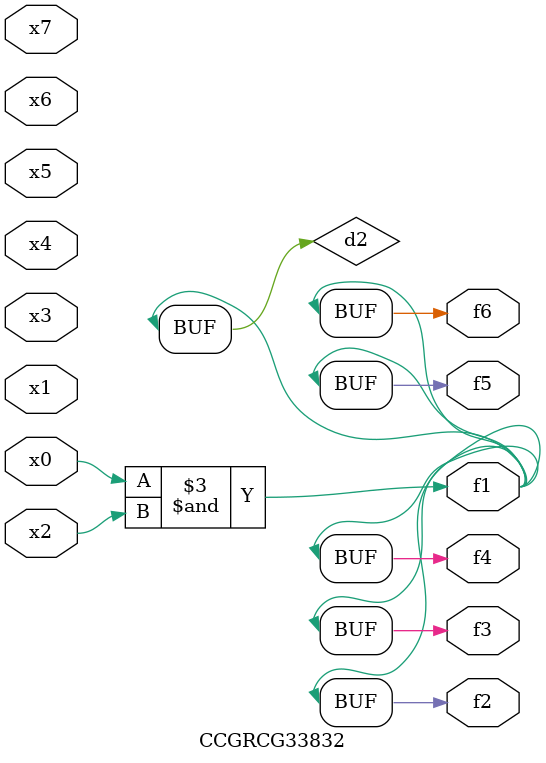
<source format=v>
module CCGRCG33832(
	input x0, x1, x2, x3, x4, x5, x6, x7,
	output f1, f2, f3, f4, f5, f6
);

	wire d1, d2;

	nor (d1, x3, x6);
	and (d2, x0, x2);
	assign f1 = d2;
	assign f2 = d2;
	assign f3 = d2;
	assign f4 = d2;
	assign f5 = d2;
	assign f6 = d2;
endmodule

</source>
